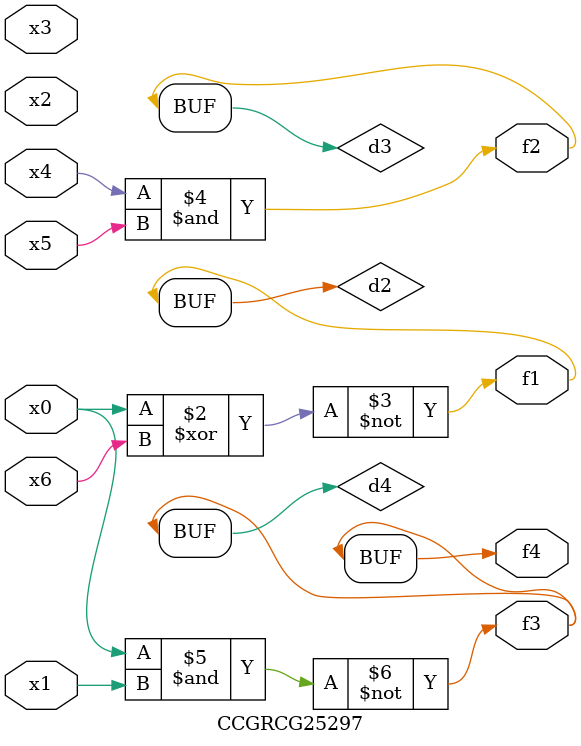
<source format=v>
module CCGRCG25297(
	input x0, x1, x2, x3, x4, x5, x6,
	output f1, f2, f3, f4
);

	wire d1, d2, d3, d4;

	nor (d1, x0);
	xnor (d2, x0, x6);
	and (d3, x4, x5);
	nand (d4, x0, x1);
	assign f1 = d2;
	assign f2 = d3;
	assign f3 = d4;
	assign f4 = d4;
endmodule

</source>
